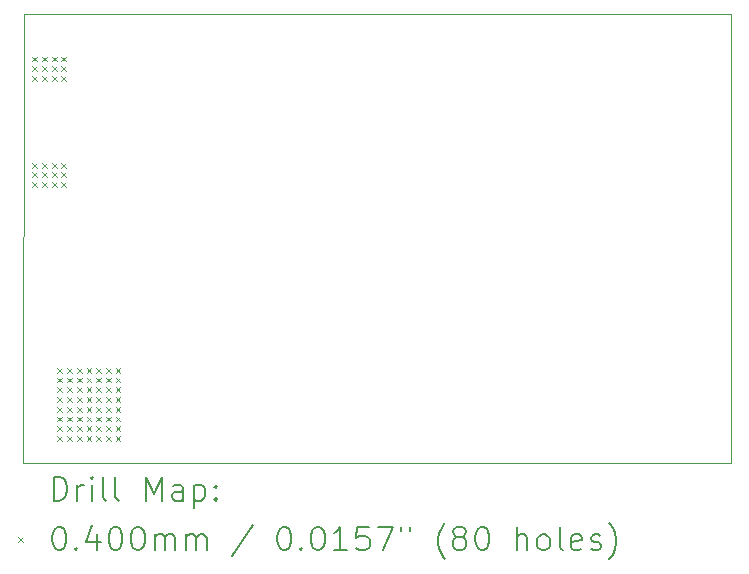
<source format=gbr>
%TF.GenerationSoftware,KiCad,Pcbnew,7.0.6*%
%TF.CreationDate,2024-04-19T14:08:24+03:00*%
%TF.ProjectId,esc,6573632e-6b69-4636-9164-5f7063625858,rev?*%
%TF.SameCoordinates,Original*%
%TF.FileFunction,Drillmap*%
%TF.FilePolarity,Positive*%
%FSLAX45Y45*%
G04 Gerber Fmt 4.5, Leading zero omitted, Abs format (unit mm)*
G04 Created by KiCad (PCBNEW 7.0.6) date 2024-04-19 14:08:24*
%MOMM*%
%LPD*%
G01*
G04 APERTURE LIST*
%ADD10C,0.100000*%
%ADD11C,0.200000*%
%ADD12C,0.040000*%
G04 APERTURE END LIST*
D10*
X10590000Y-3200000D02*
X4601000Y-3201000D01*
X10590000Y-6999000D02*
X10590000Y-3200000D01*
X10590000Y-6999000D02*
X4598500Y-7000000D01*
X4601000Y-3201000D02*
X4598500Y-7000000D01*
D11*
D12*
X4675000Y-3559000D02*
X4715000Y-3599000D01*
X4715000Y-3559000D02*
X4675000Y-3599000D01*
X4675000Y-3640000D02*
X4715000Y-3680000D01*
X4715000Y-3640000D02*
X4675000Y-3680000D01*
X4675000Y-3723000D02*
X4715000Y-3763000D01*
X4715000Y-3723000D02*
X4675000Y-3763000D01*
X4675000Y-4457000D02*
X4715000Y-4497000D01*
X4715000Y-4457000D02*
X4675000Y-4497000D01*
X4675000Y-4538000D02*
X4715000Y-4578000D01*
X4715000Y-4538000D02*
X4675000Y-4578000D01*
X4675000Y-4621000D02*
X4715000Y-4661000D01*
X4715000Y-4621000D02*
X4675000Y-4661000D01*
X4756000Y-3559000D02*
X4796000Y-3599000D01*
X4796000Y-3559000D02*
X4756000Y-3599000D01*
X4756000Y-3640000D02*
X4796000Y-3680000D01*
X4796000Y-3640000D02*
X4756000Y-3680000D01*
X4756000Y-3723000D02*
X4796000Y-3763000D01*
X4796000Y-3723000D02*
X4756000Y-3763000D01*
X4756000Y-4457000D02*
X4796000Y-4497000D01*
X4796000Y-4457000D02*
X4756000Y-4497000D01*
X4756000Y-4538000D02*
X4796000Y-4578000D01*
X4796000Y-4538000D02*
X4756000Y-4578000D01*
X4756000Y-4621000D02*
X4796000Y-4661000D01*
X4796000Y-4621000D02*
X4756000Y-4661000D01*
X4839000Y-3559000D02*
X4879000Y-3599000D01*
X4879000Y-3559000D02*
X4839000Y-3599000D01*
X4839000Y-3640000D02*
X4879000Y-3680000D01*
X4879000Y-3640000D02*
X4839000Y-3680000D01*
X4839000Y-3723000D02*
X4879000Y-3763000D01*
X4879000Y-3723000D02*
X4839000Y-3763000D01*
X4839000Y-4457000D02*
X4879000Y-4497000D01*
X4879000Y-4457000D02*
X4839000Y-4497000D01*
X4839000Y-4538000D02*
X4879000Y-4578000D01*
X4879000Y-4538000D02*
X4839000Y-4578000D01*
X4839000Y-4621000D02*
X4879000Y-4661000D01*
X4879000Y-4621000D02*
X4839000Y-4661000D01*
X4887000Y-6193000D02*
X4927000Y-6233000D01*
X4927000Y-6193000D02*
X4887000Y-6233000D01*
X4887000Y-6275000D02*
X4927000Y-6315000D01*
X4927000Y-6275000D02*
X4887000Y-6315000D01*
X4887000Y-6358000D02*
X4927000Y-6398000D01*
X4927000Y-6358000D02*
X4887000Y-6398000D01*
X4887000Y-6440000D02*
X4927000Y-6480000D01*
X4927000Y-6440000D02*
X4887000Y-6480000D01*
X4887000Y-6523000D02*
X4927000Y-6563000D01*
X4927000Y-6523000D02*
X4887000Y-6563000D01*
X4887000Y-6605000D02*
X4927000Y-6645000D01*
X4927000Y-6605000D02*
X4887000Y-6645000D01*
X4887000Y-6688000D02*
X4927000Y-6728000D01*
X4927000Y-6688000D02*
X4887000Y-6728000D01*
X4887000Y-6770000D02*
X4927000Y-6810000D01*
X4927000Y-6770000D02*
X4887000Y-6810000D01*
X4921000Y-3559000D02*
X4961000Y-3599000D01*
X4961000Y-3559000D02*
X4921000Y-3599000D01*
X4921000Y-3640000D02*
X4961000Y-3680000D01*
X4961000Y-3640000D02*
X4921000Y-3680000D01*
X4921000Y-3723000D02*
X4961000Y-3763000D01*
X4961000Y-3723000D02*
X4921000Y-3763000D01*
X4921000Y-4457000D02*
X4961000Y-4497000D01*
X4961000Y-4457000D02*
X4921000Y-4497000D01*
X4921000Y-4538000D02*
X4961000Y-4578000D01*
X4961000Y-4538000D02*
X4921000Y-4578000D01*
X4921000Y-4621000D02*
X4961000Y-4661000D01*
X4961000Y-4621000D02*
X4921000Y-4661000D01*
X4968000Y-6193000D02*
X5008000Y-6233000D01*
X5008000Y-6193000D02*
X4968000Y-6233000D01*
X4968000Y-6275000D02*
X5008000Y-6315000D01*
X5008000Y-6275000D02*
X4968000Y-6315000D01*
X4968000Y-6358000D02*
X5008000Y-6398000D01*
X5008000Y-6358000D02*
X4968000Y-6398000D01*
X4968000Y-6440000D02*
X5008000Y-6480000D01*
X5008000Y-6440000D02*
X4968000Y-6480000D01*
X4968000Y-6523000D02*
X5008000Y-6563000D01*
X5008000Y-6523000D02*
X4968000Y-6563000D01*
X4968000Y-6605000D02*
X5008000Y-6645000D01*
X5008000Y-6605000D02*
X4968000Y-6645000D01*
X4968000Y-6688000D02*
X5008000Y-6728000D01*
X5008000Y-6688000D02*
X4968000Y-6728000D01*
X4968000Y-6770000D02*
X5008000Y-6810000D01*
X5008000Y-6770000D02*
X4968000Y-6810000D01*
X5051000Y-6193000D02*
X5091000Y-6233000D01*
X5091000Y-6193000D02*
X5051000Y-6233000D01*
X5051000Y-6275000D02*
X5091000Y-6315000D01*
X5091000Y-6275000D02*
X5051000Y-6315000D01*
X5051000Y-6358000D02*
X5091000Y-6398000D01*
X5091000Y-6358000D02*
X5051000Y-6398000D01*
X5051000Y-6440000D02*
X5091000Y-6480000D01*
X5091000Y-6440000D02*
X5051000Y-6480000D01*
X5051000Y-6523000D02*
X5091000Y-6563000D01*
X5091000Y-6523000D02*
X5051000Y-6563000D01*
X5051000Y-6605000D02*
X5091000Y-6645000D01*
X5091000Y-6605000D02*
X5051000Y-6645000D01*
X5051000Y-6688000D02*
X5091000Y-6728000D01*
X5091000Y-6688000D02*
X5051000Y-6728000D01*
X5051000Y-6770000D02*
X5091000Y-6810000D01*
X5091000Y-6770000D02*
X5051000Y-6810000D01*
X5133000Y-6193000D02*
X5173000Y-6233000D01*
X5173000Y-6193000D02*
X5133000Y-6233000D01*
X5133000Y-6275000D02*
X5173000Y-6315000D01*
X5173000Y-6275000D02*
X5133000Y-6315000D01*
X5133000Y-6358000D02*
X5173000Y-6398000D01*
X5173000Y-6358000D02*
X5133000Y-6398000D01*
X5133000Y-6440000D02*
X5173000Y-6480000D01*
X5173000Y-6440000D02*
X5133000Y-6480000D01*
X5133000Y-6523000D02*
X5173000Y-6563000D01*
X5173000Y-6523000D02*
X5133000Y-6563000D01*
X5133000Y-6605000D02*
X5173000Y-6645000D01*
X5173000Y-6605000D02*
X5133000Y-6645000D01*
X5133000Y-6688000D02*
X5173000Y-6728000D01*
X5173000Y-6688000D02*
X5133000Y-6728000D01*
X5133000Y-6770000D02*
X5173000Y-6810000D01*
X5173000Y-6770000D02*
X5133000Y-6810000D01*
X5214000Y-6193000D02*
X5254000Y-6233000D01*
X5254000Y-6193000D02*
X5214000Y-6233000D01*
X5214000Y-6275000D02*
X5254000Y-6315000D01*
X5254000Y-6275000D02*
X5214000Y-6315000D01*
X5214000Y-6358000D02*
X5254000Y-6398000D01*
X5254000Y-6358000D02*
X5214000Y-6398000D01*
X5214000Y-6440000D02*
X5254000Y-6480000D01*
X5254000Y-6440000D02*
X5214000Y-6480000D01*
X5214000Y-6523000D02*
X5254000Y-6563000D01*
X5254000Y-6523000D02*
X5214000Y-6563000D01*
X5214000Y-6605000D02*
X5254000Y-6645000D01*
X5254000Y-6605000D02*
X5214000Y-6645000D01*
X5214000Y-6688000D02*
X5254000Y-6728000D01*
X5254000Y-6688000D02*
X5214000Y-6728000D01*
X5214000Y-6770000D02*
X5254000Y-6810000D01*
X5254000Y-6770000D02*
X5214000Y-6810000D01*
X5296000Y-6193000D02*
X5336000Y-6233000D01*
X5336000Y-6193000D02*
X5296000Y-6233000D01*
X5296000Y-6275000D02*
X5336000Y-6315000D01*
X5336000Y-6275000D02*
X5296000Y-6315000D01*
X5296000Y-6358000D02*
X5336000Y-6398000D01*
X5336000Y-6358000D02*
X5296000Y-6398000D01*
X5296000Y-6440000D02*
X5336000Y-6480000D01*
X5336000Y-6440000D02*
X5296000Y-6480000D01*
X5296000Y-6523000D02*
X5336000Y-6563000D01*
X5336000Y-6523000D02*
X5296000Y-6563000D01*
X5296000Y-6605000D02*
X5336000Y-6645000D01*
X5336000Y-6605000D02*
X5296000Y-6645000D01*
X5296000Y-6688000D02*
X5336000Y-6728000D01*
X5336000Y-6688000D02*
X5296000Y-6728000D01*
X5296000Y-6770000D02*
X5336000Y-6810000D01*
X5336000Y-6770000D02*
X5296000Y-6810000D01*
X5380000Y-6193000D02*
X5420000Y-6233000D01*
X5420000Y-6193000D02*
X5380000Y-6233000D01*
X5380000Y-6275000D02*
X5420000Y-6315000D01*
X5420000Y-6275000D02*
X5380000Y-6315000D01*
X5380000Y-6358000D02*
X5420000Y-6398000D01*
X5420000Y-6358000D02*
X5380000Y-6398000D01*
X5380000Y-6440000D02*
X5420000Y-6480000D01*
X5420000Y-6440000D02*
X5380000Y-6480000D01*
X5380000Y-6523000D02*
X5420000Y-6563000D01*
X5420000Y-6523000D02*
X5380000Y-6563000D01*
X5380000Y-6605000D02*
X5420000Y-6645000D01*
X5420000Y-6605000D02*
X5380000Y-6645000D01*
X5380000Y-6688000D02*
X5420000Y-6728000D01*
X5420000Y-6688000D02*
X5380000Y-6728000D01*
X5380000Y-6770000D02*
X5420000Y-6810000D01*
X5420000Y-6770000D02*
X5380000Y-6810000D01*
D11*
X4854277Y-7316484D02*
X4854277Y-7116484D01*
X4854277Y-7116484D02*
X4901896Y-7116484D01*
X4901896Y-7116484D02*
X4930467Y-7126008D01*
X4930467Y-7126008D02*
X4949515Y-7145055D01*
X4949515Y-7145055D02*
X4959039Y-7164103D01*
X4959039Y-7164103D02*
X4968563Y-7202198D01*
X4968563Y-7202198D02*
X4968563Y-7230769D01*
X4968563Y-7230769D02*
X4959039Y-7268865D01*
X4959039Y-7268865D02*
X4949515Y-7287912D01*
X4949515Y-7287912D02*
X4930467Y-7306960D01*
X4930467Y-7306960D02*
X4901896Y-7316484D01*
X4901896Y-7316484D02*
X4854277Y-7316484D01*
X5054277Y-7316484D02*
X5054277Y-7183150D01*
X5054277Y-7221246D02*
X5063801Y-7202198D01*
X5063801Y-7202198D02*
X5073324Y-7192674D01*
X5073324Y-7192674D02*
X5092372Y-7183150D01*
X5092372Y-7183150D02*
X5111420Y-7183150D01*
X5178086Y-7316484D02*
X5178086Y-7183150D01*
X5178086Y-7116484D02*
X5168563Y-7126008D01*
X5168563Y-7126008D02*
X5178086Y-7135531D01*
X5178086Y-7135531D02*
X5187610Y-7126008D01*
X5187610Y-7126008D02*
X5178086Y-7116484D01*
X5178086Y-7116484D02*
X5178086Y-7135531D01*
X5301896Y-7316484D02*
X5282848Y-7306960D01*
X5282848Y-7306960D02*
X5273324Y-7287912D01*
X5273324Y-7287912D02*
X5273324Y-7116484D01*
X5406658Y-7316484D02*
X5387610Y-7306960D01*
X5387610Y-7306960D02*
X5378086Y-7287912D01*
X5378086Y-7287912D02*
X5378086Y-7116484D01*
X5635229Y-7316484D02*
X5635229Y-7116484D01*
X5635229Y-7116484D02*
X5701896Y-7259341D01*
X5701896Y-7259341D02*
X5768562Y-7116484D01*
X5768562Y-7116484D02*
X5768562Y-7316484D01*
X5949515Y-7316484D02*
X5949515Y-7211722D01*
X5949515Y-7211722D02*
X5939991Y-7192674D01*
X5939991Y-7192674D02*
X5920943Y-7183150D01*
X5920943Y-7183150D02*
X5882848Y-7183150D01*
X5882848Y-7183150D02*
X5863801Y-7192674D01*
X5949515Y-7306960D02*
X5930467Y-7316484D01*
X5930467Y-7316484D02*
X5882848Y-7316484D01*
X5882848Y-7316484D02*
X5863801Y-7306960D01*
X5863801Y-7306960D02*
X5854277Y-7287912D01*
X5854277Y-7287912D02*
X5854277Y-7268865D01*
X5854277Y-7268865D02*
X5863801Y-7249817D01*
X5863801Y-7249817D02*
X5882848Y-7240293D01*
X5882848Y-7240293D02*
X5930467Y-7240293D01*
X5930467Y-7240293D02*
X5949515Y-7230769D01*
X6044753Y-7183150D02*
X6044753Y-7383150D01*
X6044753Y-7192674D02*
X6063801Y-7183150D01*
X6063801Y-7183150D02*
X6101896Y-7183150D01*
X6101896Y-7183150D02*
X6120943Y-7192674D01*
X6120943Y-7192674D02*
X6130467Y-7202198D01*
X6130467Y-7202198D02*
X6139991Y-7221246D01*
X6139991Y-7221246D02*
X6139991Y-7278388D01*
X6139991Y-7278388D02*
X6130467Y-7297436D01*
X6130467Y-7297436D02*
X6120943Y-7306960D01*
X6120943Y-7306960D02*
X6101896Y-7316484D01*
X6101896Y-7316484D02*
X6063801Y-7316484D01*
X6063801Y-7316484D02*
X6044753Y-7306960D01*
X6225705Y-7297436D02*
X6235229Y-7306960D01*
X6235229Y-7306960D02*
X6225705Y-7316484D01*
X6225705Y-7316484D02*
X6216182Y-7306960D01*
X6216182Y-7306960D02*
X6225705Y-7297436D01*
X6225705Y-7297436D02*
X6225705Y-7316484D01*
X6225705Y-7192674D02*
X6235229Y-7202198D01*
X6235229Y-7202198D02*
X6225705Y-7211722D01*
X6225705Y-7211722D02*
X6216182Y-7202198D01*
X6216182Y-7202198D02*
X6225705Y-7192674D01*
X6225705Y-7192674D02*
X6225705Y-7211722D01*
D12*
X4553500Y-7625000D02*
X4593500Y-7665000D01*
X4593500Y-7625000D02*
X4553500Y-7665000D01*
D11*
X4892372Y-7536484D02*
X4911420Y-7536484D01*
X4911420Y-7536484D02*
X4930467Y-7546008D01*
X4930467Y-7546008D02*
X4939991Y-7555531D01*
X4939991Y-7555531D02*
X4949515Y-7574579D01*
X4949515Y-7574579D02*
X4959039Y-7612674D01*
X4959039Y-7612674D02*
X4959039Y-7660293D01*
X4959039Y-7660293D02*
X4949515Y-7698388D01*
X4949515Y-7698388D02*
X4939991Y-7717436D01*
X4939991Y-7717436D02*
X4930467Y-7726960D01*
X4930467Y-7726960D02*
X4911420Y-7736484D01*
X4911420Y-7736484D02*
X4892372Y-7736484D01*
X4892372Y-7736484D02*
X4873324Y-7726960D01*
X4873324Y-7726960D02*
X4863801Y-7717436D01*
X4863801Y-7717436D02*
X4854277Y-7698388D01*
X4854277Y-7698388D02*
X4844753Y-7660293D01*
X4844753Y-7660293D02*
X4844753Y-7612674D01*
X4844753Y-7612674D02*
X4854277Y-7574579D01*
X4854277Y-7574579D02*
X4863801Y-7555531D01*
X4863801Y-7555531D02*
X4873324Y-7546008D01*
X4873324Y-7546008D02*
X4892372Y-7536484D01*
X5044753Y-7717436D02*
X5054277Y-7726960D01*
X5054277Y-7726960D02*
X5044753Y-7736484D01*
X5044753Y-7736484D02*
X5035229Y-7726960D01*
X5035229Y-7726960D02*
X5044753Y-7717436D01*
X5044753Y-7717436D02*
X5044753Y-7736484D01*
X5225705Y-7603150D02*
X5225705Y-7736484D01*
X5178086Y-7526960D02*
X5130467Y-7669817D01*
X5130467Y-7669817D02*
X5254277Y-7669817D01*
X5368563Y-7536484D02*
X5387610Y-7536484D01*
X5387610Y-7536484D02*
X5406658Y-7546008D01*
X5406658Y-7546008D02*
X5416182Y-7555531D01*
X5416182Y-7555531D02*
X5425705Y-7574579D01*
X5425705Y-7574579D02*
X5435229Y-7612674D01*
X5435229Y-7612674D02*
X5435229Y-7660293D01*
X5435229Y-7660293D02*
X5425705Y-7698388D01*
X5425705Y-7698388D02*
X5416182Y-7717436D01*
X5416182Y-7717436D02*
X5406658Y-7726960D01*
X5406658Y-7726960D02*
X5387610Y-7736484D01*
X5387610Y-7736484D02*
X5368563Y-7736484D01*
X5368563Y-7736484D02*
X5349515Y-7726960D01*
X5349515Y-7726960D02*
X5339991Y-7717436D01*
X5339991Y-7717436D02*
X5330467Y-7698388D01*
X5330467Y-7698388D02*
X5320944Y-7660293D01*
X5320944Y-7660293D02*
X5320944Y-7612674D01*
X5320944Y-7612674D02*
X5330467Y-7574579D01*
X5330467Y-7574579D02*
X5339991Y-7555531D01*
X5339991Y-7555531D02*
X5349515Y-7546008D01*
X5349515Y-7546008D02*
X5368563Y-7536484D01*
X5559039Y-7536484D02*
X5578086Y-7536484D01*
X5578086Y-7536484D02*
X5597134Y-7546008D01*
X5597134Y-7546008D02*
X5606658Y-7555531D01*
X5606658Y-7555531D02*
X5616182Y-7574579D01*
X5616182Y-7574579D02*
X5625705Y-7612674D01*
X5625705Y-7612674D02*
X5625705Y-7660293D01*
X5625705Y-7660293D02*
X5616182Y-7698388D01*
X5616182Y-7698388D02*
X5606658Y-7717436D01*
X5606658Y-7717436D02*
X5597134Y-7726960D01*
X5597134Y-7726960D02*
X5578086Y-7736484D01*
X5578086Y-7736484D02*
X5559039Y-7736484D01*
X5559039Y-7736484D02*
X5539991Y-7726960D01*
X5539991Y-7726960D02*
X5530467Y-7717436D01*
X5530467Y-7717436D02*
X5520944Y-7698388D01*
X5520944Y-7698388D02*
X5511420Y-7660293D01*
X5511420Y-7660293D02*
X5511420Y-7612674D01*
X5511420Y-7612674D02*
X5520944Y-7574579D01*
X5520944Y-7574579D02*
X5530467Y-7555531D01*
X5530467Y-7555531D02*
X5539991Y-7546008D01*
X5539991Y-7546008D02*
X5559039Y-7536484D01*
X5711420Y-7736484D02*
X5711420Y-7603150D01*
X5711420Y-7622198D02*
X5720943Y-7612674D01*
X5720943Y-7612674D02*
X5739991Y-7603150D01*
X5739991Y-7603150D02*
X5768563Y-7603150D01*
X5768563Y-7603150D02*
X5787610Y-7612674D01*
X5787610Y-7612674D02*
X5797134Y-7631722D01*
X5797134Y-7631722D02*
X5797134Y-7736484D01*
X5797134Y-7631722D02*
X5806658Y-7612674D01*
X5806658Y-7612674D02*
X5825705Y-7603150D01*
X5825705Y-7603150D02*
X5854277Y-7603150D01*
X5854277Y-7603150D02*
X5873324Y-7612674D01*
X5873324Y-7612674D02*
X5882848Y-7631722D01*
X5882848Y-7631722D02*
X5882848Y-7736484D01*
X5978086Y-7736484D02*
X5978086Y-7603150D01*
X5978086Y-7622198D02*
X5987610Y-7612674D01*
X5987610Y-7612674D02*
X6006658Y-7603150D01*
X6006658Y-7603150D02*
X6035229Y-7603150D01*
X6035229Y-7603150D02*
X6054277Y-7612674D01*
X6054277Y-7612674D02*
X6063801Y-7631722D01*
X6063801Y-7631722D02*
X6063801Y-7736484D01*
X6063801Y-7631722D02*
X6073324Y-7612674D01*
X6073324Y-7612674D02*
X6092372Y-7603150D01*
X6092372Y-7603150D02*
X6120943Y-7603150D01*
X6120943Y-7603150D02*
X6139991Y-7612674D01*
X6139991Y-7612674D02*
X6149515Y-7631722D01*
X6149515Y-7631722D02*
X6149515Y-7736484D01*
X6539991Y-7526960D02*
X6368563Y-7784103D01*
X6797134Y-7536484D02*
X6816182Y-7536484D01*
X6816182Y-7536484D02*
X6835229Y-7546008D01*
X6835229Y-7546008D02*
X6844753Y-7555531D01*
X6844753Y-7555531D02*
X6854277Y-7574579D01*
X6854277Y-7574579D02*
X6863801Y-7612674D01*
X6863801Y-7612674D02*
X6863801Y-7660293D01*
X6863801Y-7660293D02*
X6854277Y-7698388D01*
X6854277Y-7698388D02*
X6844753Y-7717436D01*
X6844753Y-7717436D02*
X6835229Y-7726960D01*
X6835229Y-7726960D02*
X6816182Y-7736484D01*
X6816182Y-7736484D02*
X6797134Y-7736484D01*
X6797134Y-7736484D02*
X6778086Y-7726960D01*
X6778086Y-7726960D02*
X6768563Y-7717436D01*
X6768563Y-7717436D02*
X6759039Y-7698388D01*
X6759039Y-7698388D02*
X6749515Y-7660293D01*
X6749515Y-7660293D02*
X6749515Y-7612674D01*
X6749515Y-7612674D02*
X6759039Y-7574579D01*
X6759039Y-7574579D02*
X6768563Y-7555531D01*
X6768563Y-7555531D02*
X6778086Y-7546008D01*
X6778086Y-7546008D02*
X6797134Y-7536484D01*
X6949515Y-7717436D02*
X6959039Y-7726960D01*
X6959039Y-7726960D02*
X6949515Y-7736484D01*
X6949515Y-7736484D02*
X6939991Y-7726960D01*
X6939991Y-7726960D02*
X6949515Y-7717436D01*
X6949515Y-7717436D02*
X6949515Y-7736484D01*
X7082848Y-7536484D02*
X7101896Y-7536484D01*
X7101896Y-7536484D02*
X7120944Y-7546008D01*
X7120944Y-7546008D02*
X7130467Y-7555531D01*
X7130467Y-7555531D02*
X7139991Y-7574579D01*
X7139991Y-7574579D02*
X7149515Y-7612674D01*
X7149515Y-7612674D02*
X7149515Y-7660293D01*
X7149515Y-7660293D02*
X7139991Y-7698388D01*
X7139991Y-7698388D02*
X7130467Y-7717436D01*
X7130467Y-7717436D02*
X7120944Y-7726960D01*
X7120944Y-7726960D02*
X7101896Y-7736484D01*
X7101896Y-7736484D02*
X7082848Y-7736484D01*
X7082848Y-7736484D02*
X7063801Y-7726960D01*
X7063801Y-7726960D02*
X7054277Y-7717436D01*
X7054277Y-7717436D02*
X7044753Y-7698388D01*
X7044753Y-7698388D02*
X7035229Y-7660293D01*
X7035229Y-7660293D02*
X7035229Y-7612674D01*
X7035229Y-7612674D02*
X7044753Y-7574579D01*
X7044753Y-7574579D02*
X7054277Y-7555531D01*
X7054277Y-7555531D02*
X7063801Y-7546008D01*
X7063801Y-7546008D02*
X7082848Y-7536484D01*
X7339991Y-7736484D02*
X7225706Y-7736484D01*
X7282848Y-7736484D02*
X7282848Y-7536484D01*
X7282848Y-7536484D02*
X7263801Y-7565055D01*
X7263801Y-7565055D02*
X7244753Y-7584103D01*
X7244753Y-7584103D02*
X7225706Y-7593627D01*
X7520944Y-7536484D02*
X7425706Y-7536484D01*
X7425706Y-7536484D02*
X7416182Y-7631722D01*
X7416182Y-7631722D02*
X7425706Y-7622198D01*
X7425706Y-7622198D02*
X7444753Y-7612674D01*
X7444753Y-7612674D02*
X7492372Y-7612674D01*
X7492372Y-7612674D02*
X7511420Y-7622198D01*
X7511420Y-7622198D02*
X7520944Y-7631722D01*
X7520944Y-7631722D02*
X7530467Y-7650769D01*
X7530467Y-7650769D02*
X7530467Y-7698388D01*
X7530467Y-7698388D02*
X7520944Y-7717436D01*
X7520944Y-7717436D02*
X7511420Y-7726960D01*
X7511420Y-7726960D02*
X7492372Y-7736484D01*
X7492372Y-7736484D02*
X7444753Y-7736484D01*
X7444753Y-7736484D02*
X7425706Y-7726960D01*
X7425706Y-7726960D02*
X7416182Y-7717436D01*
X7597134Y-7536484D02*
X7730467Y-7536484D01*
X7730467Y-7536484D02*
X7644753Y-7736484D01*
X7797134Y-7536484D02*
X7797134Y-7574579D01*
X7873325Y-7536484D02*
X7873325Y-7574579D01*
X8168563Y-7812674D02*
X8159039Y-7803150D01*
X8159039Y-7803150D02*
X8139991Y-7774579D01*
X8139991Y-7774579D02*
X8130468Y-7755531D01*
X8130468Y-7755531D02*
X8120944Y-7726960D01*
X8120944Y-7726960D02*
X8111420Y-7679341D01*
X8111420Y-7679341D02*
X8111420Y-7641246D01*
X8111420Y-7641246D02*
X8120944Y-7593627D01*
X8120944Y-7593627D02*
X8130468Y-7565055D01*
X8130468Y-7565055D02*
X8139991Y-7546008D01*
X8139991Y-7546008D02*
X8159039Y-7517436D01*
X8159039Y-7517436D02*
X8168563Y-7507912D01*
X8273325Y-7622198D02*
X8254277Y-7612674D01*
X8254277Y-7612674D02*
X8244753Y-7603150D01*
X8244753Y-7603150D02*
X8235229Y-7584103D01*
X8235229Y-7584103D02*
X8235229Y-7574579D01*
X8235229Y-7574579D02*
X8244753Y-7555531D01*
X8244753Y-7555531D02*
X8254277Y-7546008D01*
X8254277Y-7546008D02*
X8273325Y-7536484D01*
X8273325Y-7536484D02*
X8311420Y-7536484D01*
X8311420Y-7536484D02*
X8330468Y-7546008D01*
X8330468Y-7546008D02*
X8339991Y-7555531D01*
X8339991Y-7555531D02*
X8349515Y-7574579D01*
X8349515Y-7574579D02*
X8349515Y-7584103D01*
X8349515Y-7584103D02*
X8339991Y-7603150D01*
X8339991Y-7603150D02*
X8330468Y-7612674D01*
X8330468Y-7612674D02*
X8311420Y-7622198D01*
X8311420Y-7622198D02*
X8273325Y-7622198D01*
X8273325Y-7622198D02*
X8254277Y-7631722D01*
X8254277Y-7631722D02*
X8244753Y-7641246D01*
X8244753Y-7641246D02*
X8235229Y-7660293D01*
X8235229Y-7660293D02*
X8235229Y-7698388D01*
X8235229Y-7698388D02*
X8244753Y-7717436D01*
X8244753Y-7717436D02*
X8254277Y-7726960D01*
X8254277Y-7726960D02*
X8273325Y-7736484D01*
X8273325Y-7736484D02*
X8311420Y-7736484D01*
X8311420Y-7736484D02*
X8330468Y-7726960D01*
X8330468Y-7726960D02*
X8339991Y-7717436D01*
X8339991Y-7717436D02*
X8349515Y-7698388D01*
X8349515Y-7698388D02*
X8349515Y-7660293D01*
X8349515Y-7660293D02*
X8339991Y-7641246D01*
X8339991Y-7641246D02*
X8330468Y-7631722D01*
X8330468Y-7631722D02*
X8311420Y-7622198D01*
X8473325Y-7536484D02*
X8492372Y-7536484D01*
X8492372Y-7536484D02*
X8511420Y-7546008D01*
X8511420Y-7546008D02*
X8520944Y-7555531D01*
X8520944Y-7555531D02*
X8530468Y-7574579D01*
X8530468Y-7574579D02*
X8539991Y-7612674D01*
X8539991Y-7612674D02*
X8539991Y-7660293D01*
X8539991Y-7660293D02*
X8530468Y-7698388D01*
X8530468Y-7698388D02*
X8520944Y-7717436D01*
X8520944Y-7717436D02*
X8511420Y-7726960D01*
X8511420Y-7726960D02*
X8492372Y-7736484D01*
X8492372Y-7736484D02*
X8473325Y-7736484D01*
X8473325Y-7736484D02*
X8454277Y-7726960D01*
X8454277Y-7726960D02*
X8444753Y-7717436D01*
X8444753Y-7717436D02*
X8435230Y-7698388D01*
X8435230Y-7698388D02*
X8425706Y-7660293D01*
X8425706Y-7660293D02*
X8425706Y-7612674D01*
X8425706Y-7612674D02*
X8435230Y-7574579D01*
X8435230Y-7574579D02*
X8444753Y-7555531D01*
X8444753Y-7555531D02*
X8454277Y-7546008D01*
X8454277Y-7546008D02*
X8473325Y-7536484D01*
X8778087Y-7736484D02*
X8778087Y-7536484D01*
X8863801Y-7736484D02*
X8863801Y-7631722D01*
X8863801Y-7631722D02*
X8854277Y-7612674D01*
X8854277Y-7612674D02*
X8835230Y-7603150D01*
X8835230Y-7603150D02*
X8806658Y-7603150D01*
X8806658Y-7603150D02*
X8787611Y-7612674D01*
X8787611Y-7612674D02*
X8778087Y-7622198D01*
X8987611Y-7736484D02*
X8968563Y-7726960D01*
X8968563Y-7726960D02*
X8959039Y-7717436D01*
X8959039Y-7717436D02*
X8949515Y-7698388D01*
X8949515Y-7698388D02*
X8949515Y-7641246D01*
X8949515Y-7641246D02*
X8959039Y-7622198D01*
X8959039Y-7622198D02*
X8968563Y-7612674D01*
X8968563Y-7612674D02*
X8987611Y-7603150D01*
X8987611Y-7603150D02*
X9016182Y-7603150D01*
X9016182Y-7603150D02*
X9035230Y-7612674D01*
X9035230Y-7612674D02*
X9044753Y-7622198D01*
X9044753Y-7622198D02*
X9054277Y-7641246D01*
X9054277Y-7641246D02*
X9054277Y-7698388D01*
X9054277Y-7698388D02*
X9044753Y-7717436D01*
X9044753Y-7717436D02*
X9035230Y-7726960D01*
X9035230Y-7726960D02*
X9016182Y-7736484D01*
X9016182Y-7736484D02*
X8987611Y-7736484D01*
X9168563Y-7736484D02*
X9149515Y-7726960D01*
X9149515Y-7726960D02*
X9139992Y-7707912D01*
X9139992Y-7707912D02*
X9139992Y-7536484D01*
X9320944Y-7726960D02*
X9301896Y-7736484D01*
X9301896Y-7736484D02*
X9263801Y-7736484D01*
X9263801Y-7736484D02*
X9244753Y-7726960D01*
X9244753Y-7726960D02*
X9235230Y-7707912D01*
X9235230Y-7707912D02*
X9235230Y-7631722D01*
X9235230Y-7631722D02*
X9244753Y-7612674D01*
X9244753Y-7612674D02*
X9263801Y-7603150D01*
X9263801Y-7603150D02*
X9301896Y-7603150D01*
X9301896Y-7603150D02*
X9320944Y-7612674D01*
X9320944Y-7612674D02*
X9330468Y-7631722D01*
X9330468Y-7631722D02*
X9330468Y-7650769D01*
X9330468Y-7650769D02*
X9235230Y-7669817D01*
X9406658Y-7726960D02*
X9425706Y-7736484D01*
X9425706Y-7736484D02*
X9463801Y-7736484D01*
X9463801Y-7736484D02*
X9482849Y-7726960D01*
X9482849Y-7726960D02*
X9492373Y-7707912D01*
X9492373Y-7707912D02*
X9492373Y-7698388D01*
X9492373Y-7698388D02*
X9482849Y-7679341D01*
X9482849Y-7679341D02*
X9463801Y-7669817D01*
X9463801Y-7669817D02*
X9435230Y-7669817D01*
X9435230Y-7669817D02*
X9416182Y-7660293D01*
X9416182Y-7660293D02*
X9406658Y-7641246D01*
X9406658Y-7641246D02*
X9406658Y-7631722D01*
X9406658Y-7631722D02*
X9416182Y-7612674D01*
X9416182Y-7612674D02*
X9435230Y-7603150D01*
X9435230Y-7603150D02*
X9463801Y-7603150D01*
X9463801Y-7603150D02*
X9482849Y-7612674D01*
X9559039Y-7812674D02*
X9568563Y-7803150D01*
X9568563Y-7803150D02*
X9587611Y-7774579D01*
X9587611Y-7774579D02*
X9597134Y-7755531D01*
X9597134Y-7755531D02*
X9606658Y-7726960D01*
X9606658Y-7726960D02*
X9616182Y-7679341D01*
X9616182Y-7679341D02*
X9616182Y-7641246D01*
X9616182Y-7641246D02*
X9606658Y-7593627D01*
X9606658Y-7593627D02*
X9597134Y-7565055D01*
X9597134Y-7565055D02*
X9587611Y-7546008D01*
X9587611Y-7546008D02*
X9568563Y-7517436D01*
X9568563Y-7517436D02*
X9559039Y-7507912D01*
M02*

</source>
